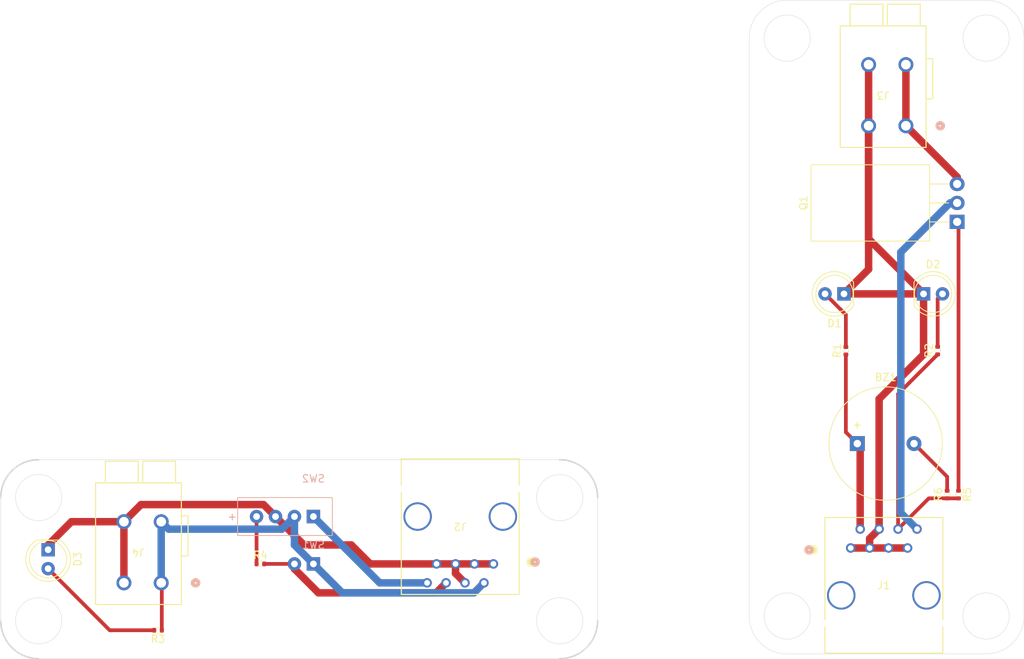
<source format=kicad_pcb>
(kicad_pcb (version 20240108) (generator "pcbnew") (generator_version "8.0")
  (layers (0 "F.Cu" signal) (31 "B.Cu" signal) (34 "B.Paste" user) (35 "F.Paste" user) (36 "B.SilkS" user "B.Silkscreen") (37 "F.SilkS" user "F.Silkscreen") (38 "B.Mask" user) (39 "F.Mask" user) (44 "Edge.Cuts" user))
  (net 0 "")
  (net 1 "+12V_2")
  (net 2 "Net-(BZ1--)")
  (net 3 "Net-(D1-A)")
  (net 4 "GND2")
  (net 5 "Net-(D2-A)")
  (net 6 "GND")
  (net 7 "Net-(D3-A)")
  (net 8 "REMOTE_TERMINAL")
  (net 9 "+12V")
  (net 10 "REMOTE_FIRE")
  (net 11 "Net-(Q1-G)")
  (net 12 "REMOTE_SAFETY_ALARM")
  (net 13 "Net-(SW2-A)")
  (net 14 "LOCAL_SAFETY_ALARM")
  (net 15 "LOCAL_FIRE")
  (footprint "LED_THT:LED_D5.0mm" (layer "F.Cu") (at 146.558 58.293 180)
    (property "Reference" "D1" (at 1.27 -3.96 360) (layer "F.SilkS"))
    (property "Value" "LED")
    (fp_line (start -1.29 -1.545) (end -1.29 1.545) (stroke (width 0.12)) (layer "F.SilkS"))
    (fp_arc (start 4.26 -0.000462) (mid 2.072002 2.880433) (end -1.29 1.54483) (stroke (width 0.12)) (layer "F.SilkS"))
    (fp_arc (start -1.29 -1.54483) (mid 2.072002 -2.880433) (end 4.26 0.000462) (stroke (width 0.12)) (layer "F.SilkS"))
    (fp_circle (center 1.27 0) (end 3.77 0) (stroke (width 0.12)) (fill none) (layer "F.SilkS"))
    (pad "1" thru_hole rect (at 0 0 180) (size 1.8 1.8) (drill 0.9) (layers "*.Cu" "*.Mask") (net 4 "GND2"))
    (pad "2" thru_hole circle (at 2.54 0 180) (size 1.8 1.8) (drill 0.9) (layers "*.Cu" "*.Mask") (net 3 "Net-(D1-A)"))
  )
  (footprint "Resistor_SMD:R_0402_1005Metric" (layer "F.Cu") (at 54.608 103.378 180)
    (property "Reference" "R3" (at 0 -1.17 360) (layer "F.SilkS"))
    (property "Value" "600")
    (fp_line (start -0.153641 0.38) (end 0.153641 0.38) (stroke (width 0.12)) (layer "F.SilkS"))
    (fp_line (start -0.153641 -0.38) (end 0.153641 -0.38) (stroke (width 0.12)) (layer "F.SilkS"))
    (pad "1" smd roundrect (at -0.51 0 180) (size 0.54 0.64) (layers "F.Cu" "F.Paste" "F.Mask") (net 9 "+12V"))
    (pad "2" smd roundrect (at 0.51 0 180) (size 0.54 0.64) (layers "F.Cu" "F.Paste" "F.Mask") (net 7 "Net-(D3-A)"))
  )
  (footprint "LED_THT:LED_D5.0mm" (layer "F.Cu") (at 157.226 58.293)
    (property "Reference" "D2" (at 1.27 -3.96 0) (layer "F.SilkS"))
    (property "Value" "LED")
    (fp_line (start -1.29 -1.545) (end -1.29 1.545) (stroke (width 0.12)) (layer "F.SilkS"))
    (fp_arc (start -1.29 -1.54483) (mid 2.072002 -2.880433) (end 4.26 0.000462) (stroke (width 0.12)) (layer "F.SilkS"))
    (fp_arc (start 4.26 -0.000462) (mid 2.072002 2.880433) (end -1.29 1.54483) (stroke (width 0.12)) (layer "F.SilkS"))
    (fp_circle (center 1.27 0) (end 3.77 0) (stroke (width 0.12)) (fill none) (layer "F.SilkS"))
    (pad "1" thru_hole rect (at 0 0) (size 1.8 1.8) (drill 0.9) (layers "*.Cu" "*.Mask") (net 4 "GND2"))
    (pad "2" thru_hole circle (at 2.54 0) (size 1.8 1.8) (drill 0.9) (layers "*.Cu" "*.Mask") (net 5 "Net-(D2-A)"))
  )
  (footprint "Resistor_SMD:R_0402_1005Metric" (layer "F.Cu") (at 159.1183 65.8897 90)
    (property "Reference" "R2" (at 0 -1.17 90) (layer "F.SilkS"))
    (property "Value" "600")
    (fp_line (start -0.153641 -0.38) (end 0.153641 -0.38) (stroke (width 0.12)) (layer "F.SilkS"))
    (fp_line (start -0.153641 0.38) (end 0.153641 0.38) (stroke (width 0.12)) (layer "F.SilkS"))
    (pad "1" smd roundrect (at -0.51 0 90) (size 0.54 0.64) (layers "F.Cu" "F.Paste" "F.Mask") (net 12 "REMOTE_SAFETY_ALARM"))
    (pad "2" smd roundrect (at 0.51 0 90) (size 0.54 0.64) (layers "F.Cu" "F.Paste" "F.Mask") (net 5 "Net-(D2-A)"))
  )
  (footprint "Resistor_SMD:R_0402_1005Metric" (layer "F.Cu") (at 68.328 94.488)
    (property "Reference" "R4" (at 0 -1.17 0) (layer "F.SilkS"))
    (property "Value" "100")
    (fp_line (start -0.153641 -0.38) (end 0.153641 -0.38) (stroke (width 0.12)) (layer "F.SilkS"))
    (fp_line (start -0.153641 0.38) (end 0.153641 0.38) (stroke (width 0.12)) (layer "F.SilkS"))
    (pad "1" smd roundrect (at -0.51 0) (size 0.54 0.64) (layers "F.Cu" "F.Paste" "F.Mask") (net 13 "Net-(SW2-A)"))
    (pad "2" smd roundrect (at 0.51 0) (size 0.54 0.64) (layers "F.Cu" "F.Paste" "F.Mask") (net 14 "LOCAL_SAFETY_ALARM"))
  )
  (footprint "LocalFootprints:CONN8_2-908LF_AMP" (layer "F.Cu") (at 99.568 94.488 180)
    (property "Reference" "J2" (at 4.445 5.004 180) (layer "F.SilkS"))
    (property "Value" "RJ45")
    (fp_circle (center -5.588 0.254) (end -5.207 0.254) (stroke (width 0.508)) (fill none) (layer "B.SilkS"))
    (fp_line (start 12.3444 14.0972) (end 12.3444 10.569672) (stroke (width 0.1524)) (layer "F.SilkS"))
    (fp_line (start 12.3444 9.598328) (end 12.3444 -4.0892) (stroke (width 0.1524)) (layer "F.SilkS"))
    (fp_line (start 12.3444 -4.0892) (end -3.4544 -4.0892) (stroke (width 0.1524)) (layer "F.SilkS"))
    (fp_line (start -3.4544 14.0972) (end 12.3444 14.0972) (stroke (width 0.1524)) (layer "F.SilkS"))
    (fp_line (start -3.4544 10.569672) (end -3.4544 14.0972) (stroke (width 0.1524)) (layer "F.SilkS"))
    (fp_line (start -3.4544 -4.0892) (end -3.4544 9.598328) (stroke (width 0.1524)) (layer "F.SilkS"))
    (fp_circle (center -5.08 0.254) (end -4.699 0.254) (stroke (width 0.508)) (fill none) (layer "F.SilkS"))
    (pad "1" thru_hole circle (at 0 0 180) (size 1.27 1.27) (drill 0.762) (layers "*.Cu" "*.Mask") (net 6 "GND"))
    (pad "2" thru_hole circle (at 1.27 -2.54 180) (size 1.27 1.27) (drill 0.762) (layers "*.Cu" "*.Mask") (net 9 "+12V"))
    (pad "3" thru_hole circle (at 2.54 0 180) (size 1.27 1.27) (drill 0.762) (layers "*.Cu" "*.Mask") (net 6 "GND"))
    (pad "4" thru_hole circle (at 3.81 -2.54 180) (size 1.27 1.27) (drill 0.762) (layers "*.Cu" "*.Mask") (net 6 "GND"))
    (pad "5" thru_hole circle (at 5.08 0 180) (size 1.27 1.27) (drill 0.762) (layers "*.Cu" "*.Mask") (net 6 "GND"))
    (pad "6" thru_hole circle (at 6.35 -2.54 180) (size 1.27 1.27) (drill 0.762) (layers "*.Cu" "*.Mask") (net 14 "LOCAL_SAFETY_ALARM"))
    (pad "7" thru_hole circle (at 7.62 0 180) (size 1.27 1.27) (drill 0.762) (layers "*.Cu" "*.Mask") (net 6 "GND"))
    (pad "8" thru_hole circle (at 8.89 -2.54 180) (size 1.27 1.27) (drill 0.762) (layers "*.Cu" "*.Mask") (net 15 "LOCAL_FIRE"))
    (pad "9" thru_hole circle (at -1.27 6.35 270) (size 3.81 3.81) (drill 3.302) (layers "*.Cu" "*.Mask"))
    (pad "10" thru_hole circle (at 10.16 6.35 270) (size 3.81 3.81) (drill 3.302) (layers "*.Cu" "*.Mask"))
  )
  (footprint "LocalFootprints:CONN2_2604-1102_WAG" (layer "F.Cu") (at 55.038 97.028 180)
    (property "Reference" "J4" (at 3.049999 4.099999 180) (layer "F.SilkS"))
    (property "Value" "2604-1102")
    (fp_circle (center -4.605001 0) (end -4.224001 0) (stroke (width 0.508)) (fill none) (layer "B.SilkS"))
    (fp_line (start 8.799998 -2.9) (end 8.799998 13.400001) (stroke (width 0.1524)) (layer "F.SilkS"))
    (fp_line (start 7.479998 13.400001) (end 7.479998 16.3) (stroke (width 0.1524)) (layer "F.SilkS"))
    (fp_line (start 3.079999 16.3) (end 7.479998 16.3) (stroke (width 0.1524)) (layer "F.SilkS"))
    (fp_line (start 3.079999 13.400001) (end 3.079999 16.3) (stroke (width 0.1524)) (layer "F.SilkS"))
    (fp_line (start 2.479998 13.400001) (end 2.479998 16.3) (stroke (width 0.1524)) (layer "F.SilkS"))
    (fp_line (start -1.920001 16.3) (end 2.479998 16.3) (stroke (width 0.1524)) (layer "F.SilkS"))
    (fp_line (start -1.920001 13.400001) (end -1.920001 16.3) (stroke (width 0.1524)) (layer "F.SilkS"))
    (fp_line (start -2.7 9.000002) (end -3.6 9.000002) (stroke (width 0.1524)) (layer "F.SilkS"))
    (fp_line (start -2.7 3.600003) (end -3.6 3.600003) (stroke (width 0.1524)) (layer "F.SilkS"))
    (fp_line (start -2.700001 13.400001) (end 8.799998 13.400001) (stroke (width 0.1524)) (layer "F.SilkS"))
    (fp_line (start -2.700001 13.400001) (end -2.700001 -2.9) (stroke (width 0.1524)) (layer "F.SilkS"))
    (fp_line (start -2.700001 -2.9) (end 8.799998 -2.9) (stroke (width 0.1524)) (layer "F.SilkS"))
    (fp_line (start -3.6 9.000002) (end -3.6 3.600003) (stroke (width 0.1524)) (layer "F.SilkS"))
    (fp_circle (center -4.605001 0) (end -4.224001 0) (stroke (width 0.508)) (fill none) (layer "F.SilkS"))
    (pad "1" thru_hole circle (at 0 0 180) (size 2 2) (drill 1.3) (layers "*.Cu" "*.Mask") (net 9 "+12V"))
    (pad "2" thru_hole circle (at 0 8.199999 180) (size 2 2) (drill 1.3) (layers "*.Cu" "*.Mask") (net 9 "+12V"))
    (pad "3" thru_hole circle (at 5 0 180) (size 2 2) (drill 1.3) (layers "*.Cu" "*.Mask") (net 6 "GND"))
    (pad "4" thru_hole circle (at 5 8.199999 180) (size 2 2) (drill 1.3) (layers "*.Cu" "*.Mask") (net 6 "GND"))
  )
  (footprint "Resistor_SMD:R_0402_1005Metric" (layer "F.Cu") (at 161.9123 85.1877 -90)
    (property "Reference" "R5" (at 0 -1.17 90) (layer "F.SilkS"))
    (property "Value" "100")
    (fp_line (start -0.153641 0.38) (end 0.153641 0.38) (stroke (width 0.12)) (layer "F.SilkS"))
    (fp_line (start -0.153641 -0.38) (end 0.153641 -0.38) (stroke (width 0.12)) (layer "F.SilkS"))
    (pad "1" smd roundrect (at -0.51 0 270) (size 0.54 0.64) (layers "F.Cu" "F.Paste" "F.Mask") (net 11 "Net-(Q1-G)"))
    (pad "2" smd roundrect (at 0.51 0 270) (size 0.54 0.64) (layers "F.Cu" "F.Paste" "F.Mask") (net 12 "REMOTE_SAFETY_ALARM"))
  )
  (footprint "LocalFootprints:CONN2_2604-1102_WAG" (layer "F.Cu") (at 154.86 35.758999 180)
    (property "Reference" "J3" (at 3.049999 4.099999 180) (layer "F.SilkS"))
    (property "Value" "2604-1102")
    (fp_circle (center -4.605001 0) (end -4.224001 0) (stroke (width 0.508)) (fill none) (layer "B.SilkS"))
    (fp_line (start 8.799998 -2.9) (end 8.799998 13.400001) (stroke (width 0.1524)) (layer "F.SilkS"))
    (fp_line (start 7.479998 13.400001) (end 7.479998 16.3) (stroke (width 0.1524)) (layer "F.SilkS"))
    (fp_line (start 3.079999 16.3) (end 7.479998 16.3) (stroke (width 0.1524)) (layer "F.SilkS"))
    (fp_line (start 3.079999 13.400001) (end 3.079999 16.3) (stroke (width 0.1524)) (layer "F.SilkS"))
    (fp_line (start 2.479998 13.400001) (end 2.479998 16.3) (stroke (width 0.1524)) (layer "F.SilkS"))
    (fp_line (start -1.920001 16.3) (end 2.479998 16.3) (stroke (width 0.1524)) (layer "F.SilkS"))
    (fp_line (start -1.920001 13.400001) (end -1.920001 16.3) (stroke (width 0.1524)) (layer "F.SilkS"))
    (fp_line (start -2.7 9.000002) (end -3.6 9.000002) (stroke (width 0.1524)) (layer "F.SilkS"))
    (fp_line (start -2.7 3.600003) (end -3.6 3.600003) (stroke (width 0.1524)) (layer "F.SilkS"))
    (fp_line (start -2.700001 13.400001) (end 8.799998 13.400001) (stroke (width 0.1524)) (layer "F.SilkS"))
    (fp_line (start -2.700001 13.400001) (end -2.700001 -2.9) (stroke (width 0.1524)) (layer "F.SilkS"))
    (fp_line (start -2.700001 -2.9) (end 8.799998 -2.9) (stroke (width 0.1524)) (layer "F.SilkS"))
    (fp_line (start -3.6 9.000002) (end -3.6 3.600003) (stroke (width 0.1524)) (layer "F.SilkS"))
    (fp_circle (center -4.605001 0) (end -4.224001 0) (stroke (width 0.508)) (fill none) (layer "F.SilkS"))
    (pad "1" thru_hole circle (at 0 0 180) (size 2 2) (drill 1.3) (layers "*.Cu" "*.Mask") (net 8 "REMOTE_TERMINAL"))
    (pad "2" thru_hole circle (at 0 8.199999 180) (size 2 2) (drill 1.3) (layers "*.Cu" "*.Mask") (net 8 "REMOTE_TERMINAL"))
    (pad "3" thru_hole circle (at 5 0 180) (size 2 2) (drill 1.3) (layers "*.Cu" "*.Mask") (net 4 "GND2"))
    (pad "4" thru_hole circle (at 5 8.199999 180) (size 2 2) (drill 1.3) (layers "*.Cu" "*.Mask") (net 4 "GND2"))
  )
  (footprint "Package_TO_SOT_THT:TO-220-3_Horizontal_TabDown" (layer "F.Cu") (at 161.727 48.641 90)
    (property "Reference" "Q1" (at 2.54 -20.58 90) (layer "F.SilkS"))
    (property "Value" "Q_NMOS_GDS")
    (fp_line (start 7.66 -19.58) (end 7.66 -3.69) (stroke (width 0.12)) (layer "F.SilkS"))
    (fp_line (start -2.58 -19.58) (end 7.66 -19.58) (stroke (width 0.12)) (layer "F.SilkS"))
    (fp_line (start -2.58 -19.58) (end -2.58 -3.69) (stroke (width 0.12)) (layer "F.SilkS"))
    (fp_line (start 5.08 -3.69) (end 5.08 -1.15) (stroke (width 0.12)) (layer "F.SilkS"))
    (fp_line (start 2.54 -3.69) (end 2.54 -1.15) (stroke (width 0.12)) (layer "F.SilkS"))
    (fp_line (start 0 -3.69) (end 0 -1.15) (stroke (width 0.12)) (layer "F.SilkS"))
    (fp_line (start -2.58 -3.69) (end 7.66 -3.69) (stroke (width 0.12)) (layer "F.SilkS"))
    (pad "" np_thru_hole oval (at 2.54 -16.66 90) (size 3.5 3.5) (drill 3.5) (layers "*.Cu" "*.Mask"))
    (pad "1" thru_hole rect (at 0 0 90) (size 1.905 2) (drill 1.1) (layers "*.Cu" "*.Mask") (net 11 "Net-(Q1-G)"))
    (pad "2" thru_hole oval (at 2.54 0 90) (size 1.905 2) (drill 1.1) (layers "*.Cu" "*.Mask") (net 10 "REMOTE_FIRE"))
    (pad "3" thru_hole oval (at 5.08 0 90) (size 1.905 2) (drill 1.1) (layers "*.Cu" "*.Mask") (net 8 "REMOTE_TERMINAL"))
  )
  (footprint "Resistor_SMD:R_0402_1005Metric" (layer "F.Cu") (at 146.812 65.913 90)
    (property "Reference" "R1" (at 0 -1.17 90) (layer "F.SilkS"))
    (property "Value" "600")
    (fp_line (start -0.153641 -0.38) (end 0.153641 -0.38) (stroke (width 0.12)) (layer "F.SilkS"))
    (fp_line (start -0.153641 0.38) (end 0.153641 0.38) (stroke (width 0.12)) (layer "F.SilkS"))
    (pad "1" smd roundrect (at -0.51 0 90) (size 0.54 0.64) (layers "F.Cu" "F.Paste" "F.Mask") (net 1 "+12V_2"))
    (pad "2" smd roundrect (at 0.51 0 90) (size 0.54 0.64) (layers "F.Cu" "F.Paste" "F.Mask") (net 3 "Net-(D1-A)"))
  )
  (footprint "Buzzer_Beeper:Buzzer_15x7.5RM7.6" (layer "F.Cu") (at 148.346 78.359)
    (property "Reference" "BZ1" (at 3.81 -8.89 0) (layer "F.SilkS"))
    (property "Value" "Buzzer")
    (fp_circle (center 3.8 0) (end 11.4 0) (stroke (width 0.12)) (fill none) (layer "F.SilkS"))
    (fp_text user "+" (at -0.01 -2.54 0) (layer "F.SilkS"))
    (pad "1" thru_hole rect (at 0 0) (size 2 2) (drill 1) (layers "*.Cu" "*.Mask") (net 1 "+12V_2"))
    (pad "2" thru_hole circle (at 7.6 0) (size 2 2) (drill 1) (layers "*.Cu" "*.Mask") (net 2 "Net-(BZ1--)"))
  )
  (footprint "LED_THT:LED_D5.0mm" (layer "F.Cu") (at 39.878 92.583 -90)
    (property "Reference" "D3" (at 1.27 -3.96 90) (layer "F.SilkS"))
    (property "Value" "LED")
    (fp_line (start -1.29 -1.545) (end -1.29 1.545) (stroke (width 0.12)) (layer "F.SilkS"))
    (fp_arc (start 4.26 -0.000462) (mid 2.072002 2.880433) (end -1.29 1.54483) (stroke (width 0.12)) (layer "F.SilkS"))
    (fp_arc (start -1.29 -1.54483) (mid 2.072002 -2.880433) (end 4.26 0.000462) (stroke (width 0.12)) (layer "F.SilkS"))
    (fp_circle (center 1.27 0) (end 3.77 0) (stroke (width 0.12)) (fill none) (layer "F.SilkS"))
    (pad "1" thru_hole rect (at 0 0 270) (size 1.8 1.8) (drill 0.9) (layers "*.Cu" "*.Mask") (net 6 "GND"))
    (pad "2" thru_hole circle (at 2.54 0 270) (size 1.8 1.8) (drill 0.9) (layers "*.Cu" "*.Mask") (net 7 "Net-(D3-A)"))
  )
  (footprint "LocalFootprints:CONN8_2-908LF_AMP" (layer "F.Cu") (at 147.4597 92.3543)
    (property "Reference" "J1" (at 4.445 5.004 0) (layer "F.SilkS"))
    (property "Value" "RJ45")
    (fp_circle (center -5.588 0.254) (end -5.207 0.254) (stroke (width 0.508)) (fill none) (layer "B.SilkS"))
    (fp_line (start -3.4544 -4.0892) (end -3.4544 9.598328) (stroke (width 0.1524)) (layer "F.SilkS"))
    (fp_line (start -3.4544 10.569672) (end -3.4544 14.0972) (stroke (width 0.1524)) (layer "F.SilkS"))
    (fp_line (start -3.4544 14.0972) (end 12.3444 14.0972) (stroke (width 0.1524)) (layer "F.SilkS"))
    (fp_line (start 12.3444 -4.0892) (end -3.4544 -4.0892) (stroke (width 0.1524)) (layer "F.SilkS"))
    (fp_line (start 12.3444 9.598328) (end 12.3444 -4.0892) (stroke (width 0.1524)) (layer "F.SilkS"))
    (fp_line (start 12.3444 14.0972) (end 12.3444 10.569672) (stroke (width 0.1524)) (layer "F.SilkS"))
    (fp_circle (center -5.08 0.254) (end -4.699 0.254) (stroke (width 0.508)) (fill none) (layer "F.SilkS"))
    (pad "1" thru_hole circle (at 0 0) (size 1.27 1.27) (drill 0.762) (layers "*.Cu" "*.Mask") (net 4 "GND2"))
    (pad "2" thru_hole circle (at 1.27 -2.54) (size 1.27 1.27) (drill 0.762) (layers "*.Cu" "*.Mask") (net 1 "+12V_2"))
    (pad "3" thru_hole circle (at 2.54 0) (size 1.27 1.27) (drill 0.762) (layers "*.Cu" "*.Mask") (net 4 "GND2"))
    (pad "4" thru_hole circle (at 3.81 -2.54) (size 1.27 1.27) (drill 0.762) (layers "*.Cu" "*.Mask") (net 4 "GND2"))
    (pad "5" thru_hole circle (at 5.08 0) (size 1.27 1.27) (drill 0.762) (layers "*.Cu" "*.Mask") (net 4 "GND2"))
    (pad "6" thru_hole circle (at 6.35 -2.54) (size 1.27 1.27) (drill 0.762) (layers "*.Cu" "*.Mask") (net 12 "REMOTE_SAFETY_ALARM"))
    (pad "7" thru_hole circle (at 7.62 0) (size 1.27 1.27) (drill 0.762) (layers "*.Cu" "*.Mask") (net 4 "GND2"))
    (pad "8" thru_hole circle (at 8.89 -2.54) (size 1.27 1.27) (drill 0.762) (layers "*.Cu" "*.Mask") (net 10 "REMOTE_FIRE"))
    (pad "9" thru_hole circle (at -1.27 6.35 90) (size 3.81 3.81) (drill 3.302) (layers "*.Cu" "*.Mask"))
    (pad "10" thru_hole circle (at 10.16 6.35 90) (size 3.81 3.81) (drill 3.302) (layers "*.Cu" "*.Mask"))
  )
  (footprint "Resistor_SMD:R_0402_1005Metric" (layer "F.Cu") (at 160.3883 85.1897 90)
    (property "Reference" "R6" (at 0 -1.17 90) (layer "F.SilkS"))
    (property "Value" "1K")
    (fp_line (start -0.153641 -0.38) (end 0.153641 -0.38) (stroke (width 0.12)) (layer "F.SilkS"))
    (fp_line (start -0.153641 0.38) (end 0.153641 0.38) (stroke (width 0.12)) (layer "F.SilkS"))
    (pad "1" smd roundrect (at -0.51 0 90) (size 0.54 0.64) (layers "F.Cu" "F.Paste" "F.Mask") (net 12 "REMOTE_SAFETY_ALARM"))
    (pad "2" smd roundrect (at 0.51 0 90) (size 0.54 0.64) (layers "F.Cu" "F.Paste" "F.Mask") (net 2 "Net-(BZ1--)"))
  )
  (footprint "LocalFootprints:Switch" (layer "B.Cu") (at 75.438 94.488 180)
    (property "Reference" "SW1" (at 0 2.54 0) (layer "B.SilkS") (effects (justify mirror)))
    (property "Value" "SW_SPST")
    (pad "1" thru_hole rect (at 0 0 180) (size 1.8 1.8) (drill 0.9) (layers "*.Cu" "*.Mask") (net 9 "+12V"))
    (pad "2" thru_hole circle (at 2.54 0 180) (size 1.8 1.8) (drill 0.9) (layers "*.Cu" "*.Mask") (net 14 "LOCAL_SAFETY_ALARM"))
  )
  (footprint "LocalFootprints:ButtonLED" (layer "B.Cu") (at 75.438 88.138 180)
    (property "Reference" "SW2" (at 0 5.08 0) (layer "B.SilkS") (effects (justify mirror)))
    (property "Value" "SW_Push_LED")
    (fp_rect (start 10.16 -2.54) (end -2.54 2.54) (stroke (width 0.12)) (fill none) (layer "B.SilkS"))
    (fp_text user "+" (at 10.16 0 0) (layer "B.SilkS") (effects (justify left mirror)))
    (pad "1" thru_hole rect (at 0 0 180) (size 1.8 1.8) (drill 0.9) (layers "*.Cu" "*.Mask") (net 15 "LOCAL_FIRE"))
    (pad "2" thru_hole circle (at 2.54 0 180) (size 1.8 1.8) (drill 0.9) (layers "*.Cu" "*.Mask") (net 9 "+12V"))
    (pad "3" thru_hole circle (at 5.08 0 180) (size 1.8 1.8) (drill 0.9) (layers "*.Cu" "*.Mask") (net 6 "GND"))
    (pad "4" thru_hole circle (at 7.62 0 180) (size 1.8 1.8) (drill 0.9) (layers "*.Cu" "*.Mask") (net 13 "Net-(SW2-A)"))
  )
  (gr_arc (start 33.528 85.598) (mid 35.015898 82.005898) (end 38.608 80.518) (stroke (width 0.2)) (layer "Edge.Cuts"))
  (gr_circle (center 165.608 24.003) (end 168.708 24.003) (stroke (width 0.05)) (fill none) (layer "Edge.Cuts"))
  (gr_circle (center 138.938 24.003) (end 142.038 24.003) (stroke (width 0.05)) (fill none) (layer "Edge.Cuts"))
  (gr_arc (start 38.608 107.188) (mid 35.015898 105.700102) (end 33.528 102.108) (stroke (width 0.2)) (layer "Edge.Cuts"))
  (gr_arc (start 133.858 24.003) (mid 135.345898 20.410898) (end 138.938 18.923) (stroke (width 0.05)) (layer "Edge.Cuts"))
  (gr_circle (center 165.608 101.473) (end 168.708 101.473) (stroke (width 0.05)) (fill none) (layer "Edge.Cuts"))
  (gr_line (start 108.458 107.188) (end 38.608 107.188) (stroke (width 0.05)) (layer "Edge.Cuts"))
  (gr_circle (center 38.608 102.108) (end 41.708 102.108) (stroke (width 0.05)) (fill none) (layer "Edge.Cuts"))
  (gr_line (start 170.688 24.003) (end 170.688 101.473) (stroke (width 0.05)) (layer "Edge.Cuts"))
  (gr_line (start 38.608 80.518) (end 108.458 80.518) (stroke (width 0.05)) (layer "Edge.Cuts"))
  (gr_arc (start 108.458 80.518) (mid 112.050102 82.005898) (end 113.538 85.598) (stroke (width 0.2)) (layer "Edge.Cuts"))
  (gr_arc (start 165.608 18.923) (mid 169.200102 20.410898) (end 170.688 24.003) (stroke (width 0.05)) (layer "Edge.Cuts"))
  (gr_line (start 33.528 102.108) (end 33.528 85.598) (stroke (width 0.05)) (layer "Edge.Cuts"))
  (gr_line (start 165.608 106.553) (end 138.938 106.553) (stroke (width 0.05)) (layer "Edge.Cuts"))
  (gr_arc (start 138.938 106.553) (mid 135.345898 105.065102) (end 133.858 101.473) (stroke (width 0.05)) (layer "Edge.Cuts"))
  (gr_arc (start 170.688 101.473) (mid 169.200102 105.065102) (end 165.608 106.553) (stroke (width 0.05)) (layer "Edge.Cuts"))
  (gr_circle (center 108.458 85.598) (end 111.558 85.598) (stroke (width 0.05)) (fill none) (layer "Edge.Cuts"))
  (gr_circle (center 138.938 101.473) (end 142.038 101.473) (stroke (width 0.05)) (fill none) (layer "Edge.Cuts"))
  (gr_line (start 138.938 18.923) (end 165.608 18.923) (stroke (width 0.05)) (layer "Edge.Cuts"))
  (gr_circle (center 38.608 85.598) (end 41.708 85.598) (stroke (width 0.05)) (fill none) (layer "Edge.Cuts"))
  (gr_line (start 133.858 101.473) (end 133.858 24.003) (stroke (width 0.05)) (layer "Edge.Cuts"))
  (gr_line (start 113.538 85.598) (end 113.538 102.108) (stroke (width 0.05)) (layer "Edge.Cuts"))
  (gr_circle (center 108.458 102.108) (end 111.558 102.108) (stroke (width 0.05)) (fill none) (layer "Edge.Cuts"))
  (gr_arc (start 113.538 102.108) (mid 112.050102 105.700102) (end 108.458 107.188) (stroke (width 0.2)) (layer "Edge.Cuts"))
  (segment (start 146.812 66.423) (end 146.812 76.825) (width 0.5) (layer "F.Cu") (net 1))
  (segment (start 148.7297 89.8143) (end 148.7297 78.7427) (width 1) (layer "F.Cu") (net 1))
  (segment (start 146.812 76.825) (end 148.346 78.359) (width 0.5) (layer "F.Cu") (net 1))
  (segment (start 148.7297 78.7427) (end 148.346 78.359) (width 1) (layer "F.Cu") (net 1))
  (segment (start 148.346 78.359) (end 148.346 78.496) (width 0.5) (layer "F.Cu") (net 1))
  (segment (start 160.3883 84.6797) (end 160.3883 82.8013) (width 0.5) (layer "F.Cu") (net 2))
  (segment (start 160.3883 82.8013) (end 155.946 78.359) (width 0.5) (layer "F.Cu") (net 2))
  (segment (start 146.812 65.403) (end 146.812 61.087) (width 0.5) (layer "F.Cu") (net 3))
  (segment (start 146.812 61.087) (end 144.018 58.293) (width 0.5) (layer "F.Cu") (net 3))
  (segment (start 149.9997 91.0843) (end 151.2697 89.8143) (width 1) (layer "F.Cu") (net 4))
  (segment (start 149.9997 92.3543) (end 149.9997 91.0843) (width 1) (layer "F.Cu") (net 4))
  (segment (start 157.226 58.293) (end 146.558 58.293) (width 1) (layer "F.Cu") (net 4))
  (segment (start 157.226 66.416522) (end 157.226 58.293) (width 1) (layer "F.Cu") (net 4))
  (segment (start 149.86 35.758999) (end 149.86 27.559) (width 1) (layer "F.Cu") (net 4))
  (segment (start 151.2697 89.8143) (end 151.2697 72.372822) (width 1) (layer "F.Cu") (net 4))
  (segment (start 149.86 54.991) (end 149.86 35.758999) (width 1) (layer "F.Cu") (net 4))
  (segment (start 146.558 58.293) (end 149.86 54.991) (width 1) (layer "F.Cu") (net 4))
  (segment (start 157.226 58.293) (end 149.86 50.927) (width 1) (layer "F.Cu") (net 4))
  (segment (start 149.86 50.927) (end 149.86 35.758999) (width 1) (layer "F.Cu") (net 4))
  (segment (start 155.0797 92.3543) (end 147.4597 92.3543) (width 1) (layer "F.Cu") (net 4))
  (segment (start 151.2697 72.372822) (end 157.226 66.416522) (width 1) (layer "F.Cu") (net 4))
  (segment (start 159.1183 65.3797) (end 159.1183 58.9407) (width 0.5) (layer "F.Cu") (net 5))
  (segment (start 159.1183 58.9407) (end 159.766 58.293) (width 0.5) (layer "F.Cu") (net 5))
  (segment (start 70.358 88.138) (end 74.168 91.948) (width 1) (layer "F.Cu") (net 6))
  (segment (start 83.058 94.488) (end 91.948 94.488) (width 1) (layer "F.Cu") (net 6))
  (segment (start 91.948 94.488) (end 99.568 94.488) (width 1) (layer "F.Cu") (net 6))
  (segment (start 74.168 91.948) (end 80.518 91.948) (width 1) (layer "F.Cu") (net 6))
  (segment (start 39.878 91.948) (end 39.878 92.583) (width 1) (layer "F.Cu") (net 6))
  (segment (start 52.328001 86.538) (end 68.758 86.538) (width 1) (layer "F.Cu") (net 6))
  (segment (start 50.038 97.028) (end 50.038 88.828001) (width 1) (layer "F.Cu") (net 6))
  (segment (start 80.518 91.948) (end 83.058 94.488) (width 1) (layer "F.Cu") (net 6))
  (segment (start 50.038 88.828001) (end 52.328001 86.538) (width 1) (layer "F.Cu") (net 6))
  (segment (start 68.758 86.538) (end 70.358 88.138) (width 1) (layer "F.Cu") (net 6))
  (segment (start 94.488 94.488) (end 94.488 95.758) (width 1) (layer "F.Cu") (net 6))
  (segment (start 94.488 95.758) (end 95.758 97.028) (width 1) (layer "F.Cu") (net 6))
  (segment (start 50.038 88.828001) (end 42.997999 88.828001) (width 1) (layer "F.Cu") (net 6))
  (segment (start 42.997999 88.828001) (end 39.878 91.948) (width 1) (layer "F.Cu") (net 6))
  (segment (start 54.098 103.378) (end 48.133 103.378) (width 0.5) (layer "F.Cu") (net 7))
  (segment (start 48.133 103.378) (end 39.878 95.123) (width 0.5) (layer "F.Cu") (net 7))
  (segment (start 161.727 43.561) (end 161.727 42.625999) (width 1) (layer "F.Cu") (net 8))
  (segment (start 161.727 42.625999) (end 154.86 35.758999) (width 1) (layer "F.Cu") (net 8))
  (segment (start 154.86 35.758999) (end 154.86 27.559) (width 1) (layer "F.Cu") (net 8))
  (segment (start 55.118 103.378) (end 55.118 97.108) (width 0.5) (layer "F.Cu") (net 9))
  (segment (start 55.118 97.108) (end 55.038 97.028) (width 0.5) (layer "F.Cu") (net 9))
  (segment (start 96.963 98.363) (end 98.298 97.028) (width 1) (layer "B.Cu") (net 9))
  (segment (start 56.038 89.828001) (end 71.207999 89.828001) (width 1) (layer "B.Cu") (net 9))
  (segment (start 55.038 88.828001) (end 56.038 89.828001) (width 1) (layer "B.Cu") (net 9))
  (segment (start 55.038 88.828001) (end 55.038 97.028) (width 1) (layer "B.Cu") (net 9))
  (segment (start 79.313 98.363) (end 96.963 98.363) (width 1) (layer "B.Cu") (net 9))
  (segment (start 75.438 94.488) (end 79.313 98.363) (width 1) (layer "B.Cu") (net 9))
  (segment (start 75.438 94.488) (end 72.898 91.948) (width 1) (layer "B.Cu") (net 9))
  (segment (start 71.207999 89.828001) (end 72.898 88.138) (width 1) (layer "B.Cu") (net 9))
  (segment (start 72.898 91.948) (end 72.898 88.138) (width 1) (layer "B.Cu") (net 9))
  (segment (start 160.782 46.101) (end 154.178 52.705) (width 1) (layer "B.Cu") (net 10))
  (segment (start 154.178 52.705) (end 154.178 87.6426) (width 1) (layer "B.Cu") (net 10))
  (segment (start 154.178 87.6426) (end 156.3497 89.8143) (width 1) (layer "B.Cu") (net 10))
  (segment (start 161.727 46.101) (end 160.782 46.101) (width 1) (layer "B.Cu") (net 10))
  (segment (start 161.9123 48.8263) (end 161.727 48.641) (width 0.5) (layer "F.Cu") (net 11))
  (segment (start 161.9123 84.6777) (end 161.9123 48.8263) (width 0.5) (layer "F.Cu") (net 11))
  (segment (start 153.8097 71.7083) (end 159.1183 66.3997) (width 0.5) (layer "F.Cu") (net 12))
  (segment (start 153.8097 89.8143) (end 153.8097 71.7083) (width 0.5) (layer "F.Cu") (net 12))
  (segment (start 153.8097 89.8143) (end 157.9263 85.6977) (width 0.5) (layer "F.Cu") (net 12))
  (segment (start 157.9263 85.6977) (end 161.9123 85.6977) (width 0.5) (layer "F.Cu") (net 12))
  (segment (start 161.9103 85.6997) (end 161.9123 85.6977) (width 0.2) (layer "F.Cu") (net 12))
  (segment (start 67.818 94.488) (end 67.818 88.138) (width 0.5) (layer "F.Cu") (net 13))
  (segment (start 76.113 98.363) (end 72.898 95.148) (width 1) (layer "F.Cu") (net 14))
  (segment (start 91.883 98.363) (end 76.113 98.363) (width 1) (layer "F.Cu") (net 14))
  (segment (start 93.218 97.028) (end 91.883 98.363) (width 1) (layer "F.Cu") (net 14))
  (segment (start 72.898 95.148) (end 72.898 94.488) (width 1) (layer "F.Cu") (net 14))
  (segment (start 72.898 94.488) (end 68.838 94.488) (width 0.5) (layer "F.Cu") (net 14))
  (segment (start 84.328 97.028) (end 75.438 88.138) (width 1) (layer "B.Cu") (net 15))
  (segment (start 90.678 97.028) (end 84.328 97.028) (width 1) (layer "B.Cu") (net 15))
)
</source>
